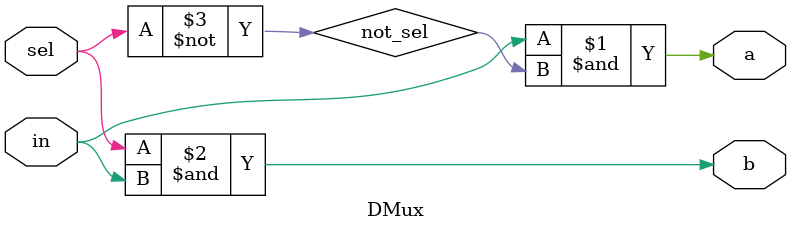
<source format=v>
/* módulo DMux */

`ifndef _DMux_
`define _DMux_

module DMux(a, b, in, sel);
    input in, sel;
    wire  not_sel;
    output a, b;

    not not0(not_sel, sel);
    and and0(a, in, not_sel);
    and and1(b, sel, in);
endmodule

`endif
</source>
